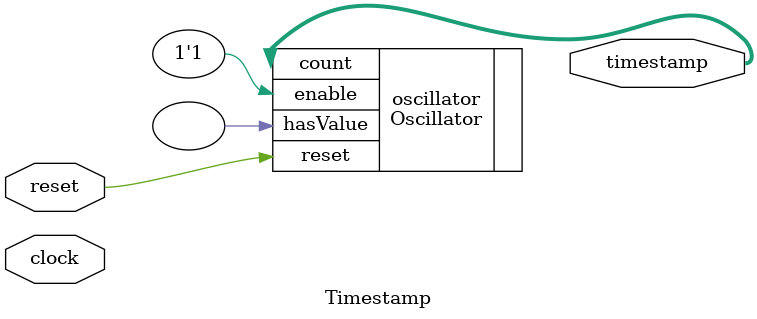
<source format=sv>
/*
    Author : Gabriel Lessard
    Project : Sigma Delta DAQ
    
    Universite de Sherbrooke, 2021
*/

`timescale 1ps/1ps
module Timestamp #(parameter BIT_COUNT=32)(
    input logic reset,
    input logic clock,
    output logic [BIT_COUNT-1:0] timestamp);

    /* verilator lint_off PINMISSING */
    Oscillator #(.BIT_COUNT(BIT_COUNT), .IS_TIMESTAMP(1)) oscillator (.enable(1'b1), .reset(reset), .count(timestamp), .hasValue( ));
    /* lint_on */
    
    //counter timer (.clk(clk), .enable(1), .reset(reset), .count(timestamp));


endmodule
</source>
